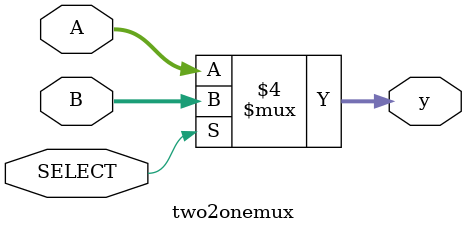
<source format=v>
module two2onemux #(parameter N = 4) ( // Sworup Bhattarai 1001093304
	input SELECT, 
	input [N-1:0] A, B,
	output reg [N-1:0] y );  
	
	always @ (SELECT,A,B)
	begin	
	
		if (SELECT==1'b1)
		begin
			y <= B;
		end
		
		else 
		begin
			y <= A;
		end
		
	end
endmodule

</source>
